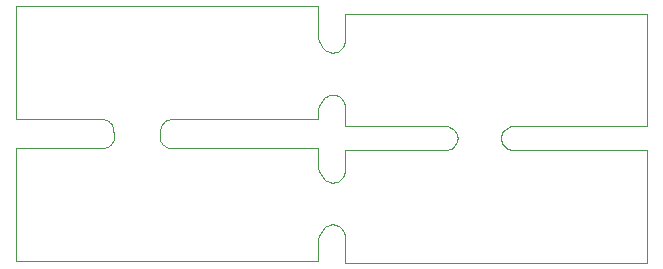
<source format=gko>
%MOIN*%
%OFA0B0*%
%FSLAX44Y44*%
%IPPOS*%
%LPD*%
%ADD10C,0*%
D10*
X00015492Y00032335D02*
X00015492Y00032335D01*
X00015492Y00032950D01*
X00010598Y00032950D01*
X00010565Y00032951D01*
X00010532Y00032956D01*
X00010499Y00032963D01*
X00010467Y00032973D01*
X00010435Y00032985D01*
X00010405Y00033000D01*
X00010377Y00033018D01*
X00010350Y00033038D01*
X00010325Y00033061D01*
X00010302Y00033085D01*
X00010281Y00033111D01*
X00010262Y00033139D01*
X00010246Y00033168D01*
X00010232Y00033199D01*
X00010221Y00033231D01*
X00010213Y00033264D01*
X00010208Y00033297D01*
X00010205Y00033330D01*
X00010205Y00033364D01*
X00010208Y00033397D01*
X00010233Y00033578D01*
X00010238Y00033606D01*
X00010245Y00033634D01*
X00010254Y00033660D01*
X00010264Y00033687D01*
X00010277Y00033712D01*
X00010291Y00033736D01*
X00010307Y00033759D01*
X00010325Y00033781D01*
X00010344Y00033802D01*
X00010365Y00033821D01*
X00010387Y00033839D01*
X00010410Y00033855D01*
X00010434Y00033870D01*
X00010459Y00033883D01*
X00010485Y00033893D01*
X00010512Y00033902D01*
X00010539Y00033909D01*
X00010567Y00033914D01*
X00010595Y00033917D01*
X00010623Y00033918D01*
X00015492Y00033918D01*
X00015492Y00034199D01*
X00015492Y00034211D01*
X00015492Y00034223D01*
X00015493Y00034235D01*
X00015494Y00034246D01*
X00015496Y00034258D01*
X00015498Y00034270D01*
X00015500Y00034281D01*
X00015503Y00034293D01*
X00015506Y00034304D01*
X00015509Y00034316D01*
X00015513Y00034327D01*
X00015517Y00034338D01*
X00015521Y00034349D01*
X00015526Y00034360D01*
X00015531Y00034371D01*
X00015536Y00034381D01*
X00015542Y00034392D01*
X00015548Y00034402D01*
X00015554Y00034412D01*
X00015561Y00034422D01*
X00015658Y00034564D01*
X00015689Y00034603D01*
X00015725Y00034638D01*
X00015765Y00034669D01*
X00015808Y00034694D01*
X00015854Y00034713D01*
X00015902Y00034726D01*
X00015951Y00034733D01*
X00016001Y00034734D01*
X00016051Y00034729D01*
X00016100Y00034717D01*
X00016146Y00034699D01*
X00016190Y00034676D01*
X00016231Y00034647D01*
X00016268Y00034613D01*
X00016300Y00034574D01*
X00016327Y00034532D01*
X00016348Y00034487D01*
X00016364Y00034440D01*
X00016373Y00034391D01*
X00016377Y00034341D01*
X00016377Y00033677D01*
X00019624Y00033677D01*
X00019624Y00033677D01*
X00019624Y00033677D01*
X00019624Y00033677D01*
X00019624Y00033677D01*
X00019624Y00033677D01*
X00019624Y00033677D01*
X00019624Y00033677D01*
X00019624Y00033677D01*
X00019624Y00033677D01*
X00019624Y00033677D01*
X00019624Y00033677D01*
X00019624Y00033677D01*
X00019624Y00033677D01*
X00019624Y00033677D01*
X00019624Y00033677D01*
X00019624Y00033677D01*
X00019624Y00033677D01*
X00019624Y00033677D01*
X00019624Y00033677D01*
X00019624Y00033677D01*
X00019745Y00033677D01*
X00019806Y00033672D01*
X00019866Y00033657D01*
X00019923Y00033634D01*
X00019976Y00033601D01*
X00020023Y00033561D01*
X00020063Y00033514D01*
X00020095Y00033462D01*
X00020119Y00033405D01*
X00020133Y00033345D01*
X00020138Y00033283D01*
X00020133Y00033221D01*
X00020119Y00033161D01*
X00020095Y00033104D01*
X00020063Y00033052D01*
X00020023Y00033005D01*
X00019976Y00032964D01*
X00019923Y00032932D01*
X00019866Y00032909D01*
X00019806Y00032894D01*
X00019745Y00032889D01*
X00016377Y00032889D01*
X00016377Y00032193D01*
X00016373Y00032144D01*
X00016364Y00032095D01*
X00016348Y00032047D01*
X00016327Y00032002D01*
X00016300Y00031960D01*
X00016268Y00031922D01*
X00016231Y00031888D01*
X00016190Y00031859D01*
X00016146Y00031835D01*
X00016100Y00031817D01*
X00016051Y00031806D01*
X00016001Y00031800D01*
X00015951Y00031801D01*
X00015902Y00031808D01*
X00015854Y00031821D01*
X00015808Y00031841D01*
X00015765Y00031866D01*
X00015725Y00031896D01*
X00015689Y00031931D01*
X00015658Y00031970D01*
X00015561Y00032112D01*
X00015554Y00032122D01*
X00015548Y00032132D01*
X00015542Y00032143D01*
X00015536Y00032153D01*
X00015531Y00032164D01*
X00015526Y00032174D01*
X00015521Y00032185D01*
X00015517Y00032196D01*
X00015513Y00032207D01*
X00015509Y00032219D01*
X00015506Y00032230D01*
X00015503Y00032242D01*
X00015500Y00032253D01*
X00015498Y00032265D01*
X00015496Y00032276D01*
X00015494Y00032288D01*
X00015493Y00032300D01*
X00015492Y00032312D01*
X00015492Y00032324D01*
X00015492Y00032335D01*
X00005414Y00032950D02*
X00005414Y00032950D01*
X00005414Y00029194D01*
X00015492Y00029194D01*
X00015492Y00029868D01*
X00015492Y00029880D01*
X00015492Y00029892D01*
X00015493Y00029904D01*
X00015494Y00029916D01*
X00015496Y00029927D01*
X00015498Y00029939D01*
X00015500Y00029951D01*
X00015503Y00029962D01*
X00015506Y00029974D01*
X00015509Y00029985D01*
X00015513Y00029996D01*
X00015517Y00030007D01*
X00015521Y00030019D01*
X00015526Y00030029D01*
X00015531Y00030040D01*
X00015536Y00030051D01*
X00015542Y00030061D01*
X00015548Y00030071D01*
X00015554Y00030081D01*
X00015561Y00030091D01*
X00015658Y00030233D01*
X00015689Y00030273D01*
X00015725Y00030308D01*
X00015765Y00030338D01*
X00015808Y00030363D01*
X00015854Y00030382D01*
X00015902Y00030396D01*
X00015951Y00030403D01*
X00016001Y00030404D01*
X00016051Y00030398D01*
X00016100Y00030386D01*
X00016146Y00030368D01*
X00016190Y00030345D01*
X00016231Y00030316D01*
X00016268Y00030282D01*
X00016300Y00030244D01*
X00016327Y00030202D01*
X00016348Y00030157D01*
X00016364Y00030109D01*
X00016373Y00030060D01*
X00016377Y00030010D01*
X00016377Y00029133D01*
X00026454Y00029133D01*
X00026454Y00032889D01*
X00021987Y00032889D01*
X00021925Y00032894D01*
X00021865Y00032909D01*
X00021808Y00032932D01*
X00021755Y00032964D01*
X00021708Y00033005D01*
X00021668Y00033052D01*
X00021636Y00033104D01*
X00021612Y00033161D01*
X00021598Y00033221D01*
X00021593Y00033283D01*
X00021598Y00033345D01*
X00021612Y00033405D01*
X00021636Y00033462D01*
X00021668Y00033514D01*
X00021708Y00033561D01*
X00021755Y00033601D01*
X00021808Y00033634D01*
X00021865Y00033657D01*
X00021925Y00033672D01*
X00021987Y00033677D01*
X00022107Y00033677D01*
X00022107Y00033677D01*
X00022107Y00033677D01*
X00022107Y00033677D01*
X00022107Y00033677D01*
X00022107Y00033677D01*
X00022107Y00033677D01*
X00022107Y00033677D01*
X00022107Y00033677D01*
X00022107Y00033677D01*
X00022107Y00033677D01*
X00022107Y00033677D01*
X00022107Y00033677D01*
X00022107Y00033677D01*
X00022107Y00033677D01*
X00022107Y00033677D01*
X00022107Y00033677D01*
X00022107Y00033677D01*
X00022107Y00033677D01*
X00022107Y00033677D01*
X00022107Y00033677D01*
X00026454Y00033677D01*
X00026454Y00037433D01*
X00016377Y00037433D01*
X00016377Y00036524D01*
X00016373Y00036474D01*
X00016364Y00036425D01*
X00016348Y00036378D01*
X00016327Y00036333D01*
X00016300Y00036291D01*
X00016268Y00036252D01*
X00016231Y00036219D01*
X00016190Y00036190D01*
X00016146Y00036166D01*
X00016100Y00036148D01*
X00016051Y00036136D01*
X00016001Y00036131D01*
X00015951Y00036132D01*
X00015902Y00036139D01*
X00015854Y00036152D01*
X00015808Y00036171D01*
X00015765Y00036197D01*
X00015725Y00036227D01*
X00015689Y00036262D01*
X00015658Y00036301D01*
X00015561Y00036443D01*
X00015554Y00036453D01*
X00015548Y00036463D01*
X00015542Y00036473D01*
X00015536Y00036484D01*
X00015531Y00036494D01*
X00015526Y00036505D01*
X00015521Y00036516D01*
X00015517Y00036527D01*
X00015513Y00036538D01*
X00015509Y00036549D01*
X00015506Y00036561D01*
X00015503Y00036572D01*
X00015500Y00036584D01*
X00015498Y00036595D01*
X00015496Y00036607D01*
X00015494Y00036619D01*
X00015493Y00036631D01*
X00015492Y00036642D01*
X00015492Y00036654D01*
X00015492Y00036666D01*
X00015492Y00037674D01*
X00005414Y00037674D01*
X00005414Y00033918D01*
X00008273Y00033918D01*
X00008301Y00033917D01*
X00008330Y00033914D01*
X00008357Y00033909D01*
X00008385Y00033902D01*
X00008411Y00033893D01*
X00008437Y00033883D01*
X00008463Y00033870D01*
X00008487Y00033855D01*
X00008510Y00033839D01*
X00008532Y00033821D01*
X00008553Y00033802D01*
X00008572Y00033781D01*
X00008589Y00033759D01*
X00008605Y00033736D01*
X00008620Y00033712D01*
X00008632Y00033687D01*
X00008643Y00033660D01*
X00008652Y00033634D01*
X00008658Y00033606D01*
X00008663Y00033578D01*
X00008688Y00033397D01*
X00008691Y00033364D01*
X00008692Y00033330D01*
X00008689Y00033297D01*
X00008684Y00033264D01*
X00008675Y00033231D01*
X00008664Y00033199D01*
X00008651Y00033168D01*
X00008635Y00033139D01*
X00008616Y00033111D01*
X00008595Y00033085D01*
X00008572Y00033061D01*
X00008547Y00033038D01*
X00008520Y00033018D01*
X00008491Y00033000D01*
X00008461Y00032985D01*
X00008430Y00032973D01*
X00008398Y00032963D01*
X00008365Y00032956D01*
X00008332Y00032951D01*
X00008298Y00032950D01*
X00005414Y00032950D01*
M02*
</source>
